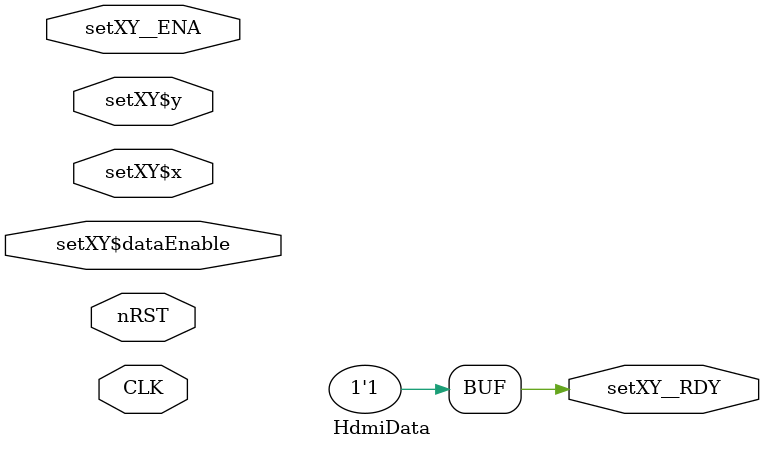
<source format=sv>
`include "atomicc.generated.vh"
`default_nettype none
module HdmiData #(
    parameter integer widthAddr = 12,
    parameter integer heightAddr = 13)(
    input wire CLK, input wire nRST,
    input wire setXY__ENA,
    input wire [widthAddr - 1:0]setXY$x,
    input wire [heightAddr - 1:0]setXY$y,
    input wire setXY$dataEnable,
    output wire setXY__RDY);
    assign setXY__RDY = 1'd1;
endmodule

`default_nettype wire    // set back to default value

</source>
